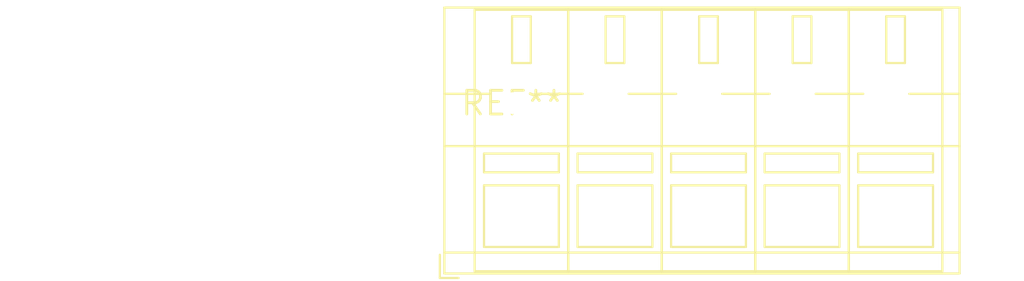
<source format=kicad_pcb>
(kicad_pcb (version 20240108) (generator pcbnew)
  (layers (0 "F.Cu" signal) (31 "B.Cu" signal) (34 "B.Paste" user) (35 "F.Paste" user) (36 "B.SilkS" user "B.Silkscreen") (37 "F.SilkS" user "F.Silkscreen") (38 "B.Mask" user) (39 "F.Mask" user) (44 "Edge.Cuts" user))
  (net 0 "")
  (footprint "TerminalBlock_WAGO_236-105_1x05_P5.00mm_45Degree" (layer "F.Cu") (at 0 0)
    (property "Reference" "REF**")
    (property "Value" "TerminalBlock_WAGO_236-105_1x05_P5.00mm_45Degree")
    (fp_line (start -3.86 8.12) (end -3.86 9.36) (layer "F.SilkS") (stroke (width 0.12)))
    (fp_line (start -3.86 9.36) (end -2.86 9.36) (layer "F.SilkS") (stroke (width 0.12)))
    (fp_line (start -3.62 -5.12) (end -3.62 9.12) (layer "F.SilkS") (stroke (width 0.12)))
    (fp_line (start -3.62 -5.12) (end 23.92 -5.12) (layer "F.SilkS") (stroke (width 0.12)))
    (fp_line (start -3.62 -0.5) (end -1.23 -0.5) (layer "F.SilkS") (stroke (width 0.12)))
    (fp_line (start -3.62 2.3) (end 23.92 2.3) (layer "F.SilkS") (stroke (width 0.12)))
    (fp_line (start -3.62 8) (end 23.92 8) (layer "F.SilkS") (stroke (width 0.12)))
    (fp_line (start -3.62 9.12) (end 23.92 9.12) (layer "F.SilkS") (stroke (width 0.12)))
    (fp_line (start -2 -5) (end -2 9) (layer "F.SilkS") (stroke (width 0.12)))
    (fp_line (start -2 -5) (end 3 -5) (layer "F.SilkS") (stroke (width 0.12)))
    (fp_line (start -2 9) (end 3 9) (layer "F.SilkS") (stroke (width 0.12)))
    (fp_line (start -1.5 2.7) (end -1.5 3.7) (layer "F.SilkS") (stroke (width 0.12)))
    (fp_line (start -1.5 2.7) (end 2.5 2.7) (layer "F.SilkS") (stroke (width 0.12)))
    (fp_line (start -1.5 3.7) (end 2.5 3.7) (layer "F.SilkS") (stroke (width 0.12)))
    (fp_line (start -1.5 4.4) (end -1.5 7.7) (layer "F.SilkS") (stroke (width 0.12)))
    (fp_line (start -1.5 4.4) (end 2.5 4.4) (layer "F.SilkS") (stroke (width 0.12)))
    (fp_line (start -1.5 7.7) (end 2.5 7.7) (layer "F.SilkS") (stroke (width 0.12)))
    (fp_line (start 0 -4.65) (end 0 -2.151) (layer "F.SilkS") (stroke (width 0.12)))
    (fp_line (start 0 -4.65) (end 1 -4.65) (layer "F.SilkS") (stroke (width 0.12)))
    (fp_line (start 0 -2.151) (end 1 -2.151) (layer "F.SilkS") (stroke (width 0.12)))
    (fp_line (start 1 -4.65) (end 1 -2.151) (layer "F.SilkS") (stroke (width 0.12)))
    (fp_line (start 1.23 -0.5) (end 3.77 -0.5) (layer "F.SilkS") (stroke (width 0.12)))
    (fp_line (start 2.5 2.7) (end 2.5 3.7) (layer "F.SilkS") (stroke (width 0.12)))
    (fp_line (start 2.5 4.4) (end 2.5 7.7) (layer "F.SilkS") (stroke (width 0.12)))
    (fp_line (start 3 -5) (end 3 9) (layer "F.SilkS") (stroke (width 0.12)))
    (fp_line (start 3 -5) (end 3 9) (layer "F.SilkS") (stroke (width 0.12)))
    (fp_line (start 3 -5) (end 8 -5) (layer "F.SilkS") (stroke (width 0.12)))
    (fp_line (start 3 9) (end 8 9) (layer "F.SilkS") (stroke (width 0.12)))
    (fp_line (start 3.5 2.7) (end 3.5 3.7) (layer "F.SilkS") (stroke (width 0.12)))
    (fp_line (start 3.5 2.7) (end 7.5 2.7) (layer "F.SilkS") (stroke (width 0.12)))
    (fp_line (start 3.5 3.7) (end 7.5 3.7) (layer "F.SilkS") (stroke (width 0.12)))
    (fp_line (start 3.5 4.4) (end 3.5 7.7) (layer "F.SilkS") (stroke (width 0.12)))
    (fp_line (start 3.5 4.4) (end 7.5 4.4) (layer "F.SilkS") (stroke (width 0.12)))
    (fp_line (start 3.5 7.7) (end 7.5 7.7) (layer "F.SilkS") (stroke (width 0.12)))
    (fp_line (start 5 -4.65) (end 5 -2.151) (layer "F.SilkS") (stroke (width 0.12)))
    (fp_line (start 5 -4.65) (end 6 -4.65) (layer "F.SilkS") (stroke (width 0.12)))
    (fp_line (start 5 -2.151) (end 6 -2.151) (layer "F.SilkS") (stroke (width 0.12)))
    (fp_line (start 6 -4.65) (end 6 -2.151) (layer "F.SilkS") (stroke (width 0.12)))
    (fp_line (start 6.23 -0.5) (end 8.77 -0.5) (layer "F.SilkS") (stroke (width 0.12)))
    (fp_line (start 7.5 2.7) (end 7.5 3.7) (layer "F.SilkS") (stroke (width 0.12)))
    (fp_line (start 7.5 4.4) (end 7.5 7.7) (layer "F.SilkS") (stroke (width 0.12)))
    (fp_line (start 8 -5) (end 8 9) (layer "F.SilkS") (stroke (width 0.12)))
    (fp_line (start 8 -5) (end 8 9) (layer "F.SilkS") (stroke (width 0.12)))
    (fp_line (start 8 -5) (end 13 -5) (layer "F.SilkS") (stroke (width 0.12)))
    (fp_line (start 8 9) (end 13 9) (layer "F.SilkS") (stroke (width 0.12)))
    (fp_line (start 8.5 2.7) (end 8.5 3.7) (layer "F.SilkS") (stroke (width 0.12)))
    (fp_line (start 8.5 2.7) (end 12.5 2.7) (layer "F.SilkS") (stroke (width 0.12)))
    (fp_line (start 8.5 3.7) (end 12.5 3.7) (layer "F.SilkS") (stroke (width 0.12)))
    (fp_line (start 8.5 4.4) (end 8.5 7.7) (layer "F.SilkS") (stroke (width 0.12)))
    (fp_line (start 8.5 4.4) (end 12.5 4.4) (layer "F.SilkS") (stroke (width 0.12)))
    (fp_line (start 8.5 7.7) (end 12.5 7.7) (layer "F.SilkS") (stroke (width 0.12)))
    (fp_line (start 10 -4.65) (end 10 -2.151) (layer "F.SilkS") (stroke (width 0.12)))
    (fp_line (start 10 -4.65) (end 11 -4.65) (layer "F.SilkS") (stroke (width 0.12)))
    (fp_line (start 10 -2.151) (end 11 -2.151) (layer "F.SilkS") (stroke (width 0.12)))
    (fp_line (start 11 -4.65) (end 11 -2.151) (layer "F.SilkS") (stroke (width 0.12)))
    (fp_line (start 11.23 -0.5) (end 13.77 -0.5) (layer "F.SilkS") (stroke (width 0.12)))
    (fp_line (start 12.5 2.7) (end 12.5 3.7) (layer "F.SilkS") (stroke (width 0.12)))
    (fp_line (start 12.5 4.4) (end 12.5 7.7) (layer "F.SilkS") (stroke (width 0.12)))
    (fp_line (start 13 -5) (end 13 9) (layer "F.SilkS") (stroke (width 0.12)))
    (fp_line (start 13 -5) (end 13 9) (layer "F.SilkS") (stroke (width 0.12)))
    (fp_line (start 13 -5) (end 18 -5) (layer "F.SilkS") (stroke (width 0.12)))
    (fp_line (start 13 9) (end 18 9) (layer "F.SilkS") (stroke (width 0.12)))
    (fp_line (start 13.5 2.7) (end 13.5 3.7) (layer "F.SilkS") (stroke (width 0.12)))
    (fp_line (start 13.5 2.7) (end 17.5 2.7) (layer "F.SilkS") (stroke (width 0.12)))
    (fp_line (start 13.5 3.7) (end 17.5 3.7) (layer "F.SilkS") (stroke (width 0.12)))
    (fp_line (start 13.5 4.4) (end 13.5 7.7) (layer "F.SilkS") (stroke (width 0.12)))
    (fp_line (start 13.5 4.4) (end 17.5 4.4) (layer "F.SilkS") (stroke (width 0.12)))
    (fp_line (start 13.5 7.7) (end 17.5 7.7) (layer "F.SilkS") (stroke (width 0.12)))
    (fp_line (start 15 -4.65) (end 15 -2.151) (layer "F.SilkS") (stroke (width 0.12)))
    (fp_line (start 15 -4.65) (end 16 -4.65) (layer "F.SilkS") (stroke (width 0.12)))
    (fp_line (start 15 -2.151) (end 16 -2.151) (layer "F.SilkS") (stroke (width 0.12)))
    (fp_line (start 16 -4.65) (end 16 -2.151) (layer "F.SilkS") (stroke (width 0.12)))
    (fp_line (start 16.23 -0.5) (end 18.77 -0.5) (layer "F.SilkS") (stroke (width 0.12)))
    (fp_line (start 17.5 2.7) (end 17.5 3.7) (layer "F.SilkS") (stroke (width 0.12)))
    (fp_line (start 17.5 4.4) (end 17.5 7.7) (layer "F.SilkS") (stroke (width 0.12)))
    (fp_line (start 18 -5) (end 18 9) (layer "F.SilkS") (stroke (width 0.12)))
    (fp_line (start 18 -5) (end 18 9) (layer "F.SilkS") (stroke (width 0.12)))
    (fp_line (start 18 -5) (end 23 -5) (layer "F.SilkS") (stroke (width 0.12)))
    (fp_line (start 18 9) (end 23 9) (layer "F.SilkS") (stroke (width 0.12)))
    (fp_line (start 18.5 2.7) (end 18.5 3.7) (layer "F.SilkS") (stroke (width 0.12)))
    (fp_line (start 18.5 2.7) (end 22.5 2.7) (layer "F.SilkS") (stroke (width 0.12)))
    (fp_line (start 18.5 3.7) (end 22.5 3.7) (layer "F.SilkS") (stroke (width 0.12)))
    (fp_line (start 18.5 4.4) (end 18.5 7.7) (layer "F.SilkS") (stroke (width 0.12)))
    (fp_line (start 18.5 4.4) (end 22.5 4.4) (layer "F.SilkS") (stroke (width 0.12)))
    (fp_line (start 18.5 7.7) (end 22.5 7.7) (layer "F.SilkS") (stroke (width 0.12)))
    (fp_line (start 20 -4.65) (end 20 -2.151) (layer "F.SilkS") (stroke (width 0.12)))
    (fp_line (start 20 -4.65) (end 21 -4.65) (layer "F.SilkS") (stroke (width 0.12)))
    (fp_line (start 20 -2.151) (end 21 -2.151) (layer "F.SilkS") (stroke (width 0.12)))
    (fp_line (start 21 -4.65) (end 21 -2.151) (layer "F.SilkS") (stroke (width 0.12)))
    (fp_line (start 21.23 -0.5) (end 23.92 -0.5) (layer "F.SilkS") (stroke (width 0.12)))
    (fp_line (start 22.5 2.7) (end 22.5 3.7) (layer "F.SilkS") (stroke (width 0.12)))
    (fp_line (start 22.5 4.4) (end 22.5 7.7) (layer "F.SilkS") (stroke (width 0.12)))
    (fp_line (start 23 -5) (end 23 9) (layer "F.SilkS") (stroke (width 0.12)))
    (fp_line (start 23.92 -5.12) (end 23.92 9.12) (layer "F.SilkS") (stroke (width 0.12)))
    (pad "1" thru_hole rect (at 0 0) (size 1.5 3) (drill 1.15) (layers *.Cu *.Mask) (remove_unused_layers))
    (pad "2" thru_hole oval (at 5 0) (size 1.5 3) (drill 1.15) (layers *.Cu *.Mask) (remove_unused_layers))
    (pad "3" thru_hole oval (at 10 0) (size 1.5 3) (drill 1.15) (layers *.Cu *.Mask) (remove_unused_layers))
    (pad "4" thru_hole oval (at 15 0) (size 1.5 3) (drill 1.15) (layers *.Cu *.Mask) (remove_unused_layers))
    (pad "5" thru_hole oval (at 20 0) (size 1.5 3) (drill 1.15) (layers *.Cu *.Mask) (remove_unused_layers))
  )
)
</source>
